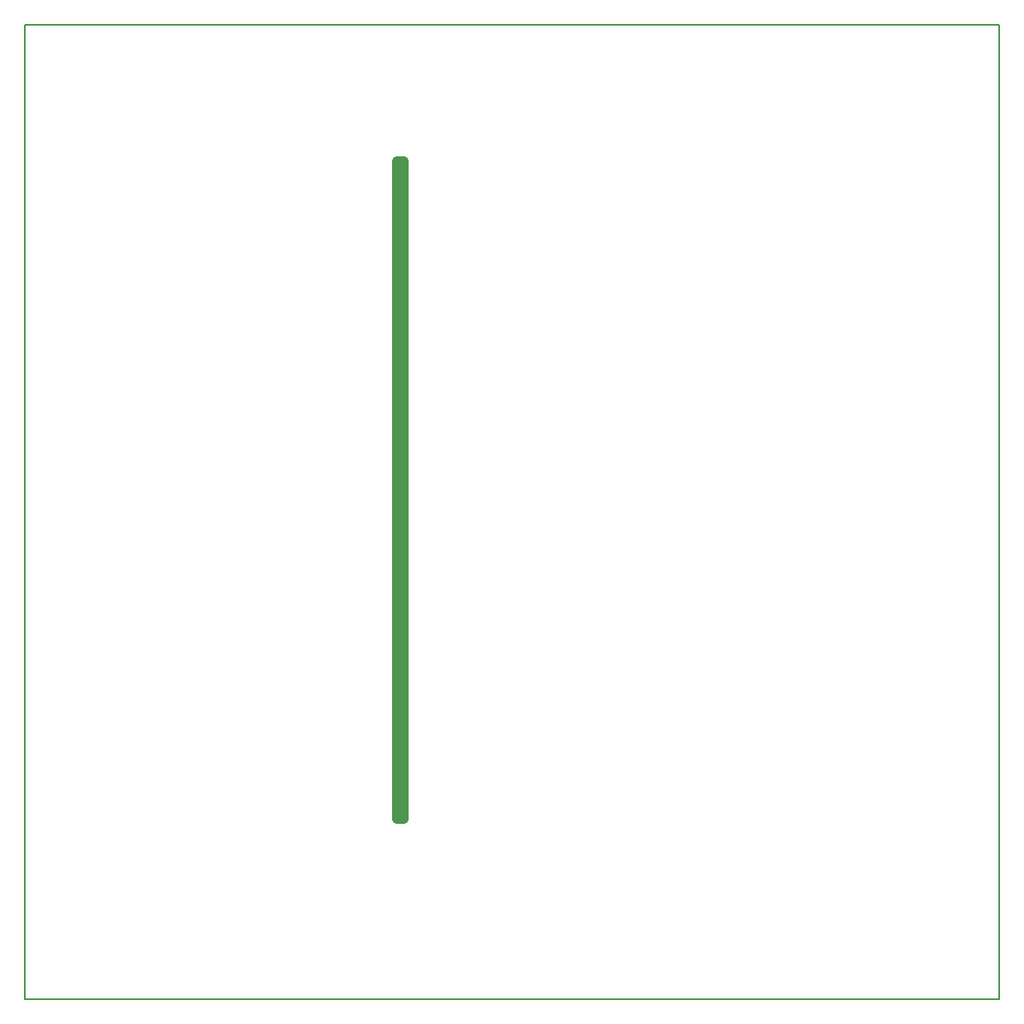
<source format=gbr>
%TF.GenerationSoftware,KiCad,Pcbnew,(5.0.0)*%
%TF.CreationDate,2018-12-31T00:25:57+01:00*%
%TF.ProjectId,Kicad-Midi2CV,4B696361642D4D6964693243562E6B69,rev?*%
%TF.SameCoordinates,Original*%
%TF.FileFunction,Profile,NP*%
%FSLAX46Y46*%
G04 Gerber Fmt 4.6, Leading zero omitted, Abs format (unit mm)*
G04 Created by KiCad (PCBNEW (5.0.0)) date 12/31/18 00:25:57*
%MOMM*%
%LPD*%
G01*
G04 APERTURE LIST*
%ADD10C,1.000000*%
%ADD11C,0.150000*%
G04 APERTURE END LIST*
D10*
X63500000Y-106680000D02*
X63500000Y-39370000D01*
X64135000Y-106680000D02*
X63500000Y-106680000D01*
X64135000Y-39370000D02*
X64135000Y-106680000D01*
X63500000Y-39370000D02*
X64135000Y-39370000D01*
D11*
X25400000Y-125095000D02*
X25400000Y-25400000D01*
X125095000Y-125095000D02*
X25400000Y-125095000D01*
X125095000Y-25400000D02*
X125095000Y-125095000D01*
X25400000Y-25400000D02*
X125095000Y-25400000D01*
M02*

</source>
